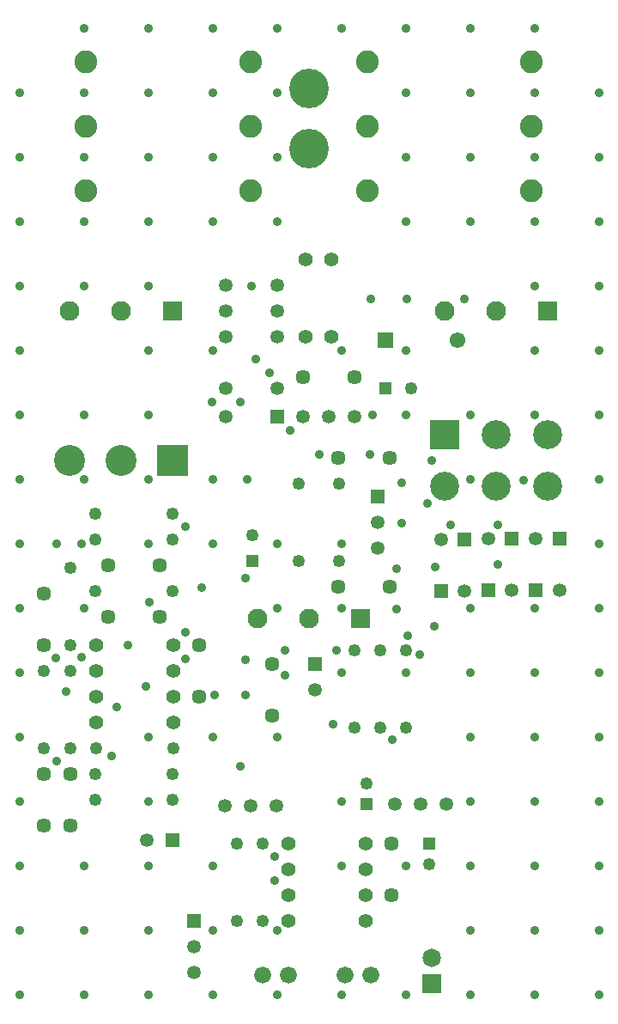
<source format=gbs>
G04*
G04 #@! TF.GenerationSoftware,Altium Limited,Altium Designer,19.0.9 (268)*
G04*
G04 Layer_Color=16711935*
%FSLAX25Y25*%
%MOIN*%
G70*
G01*
G75*
%ADD18R,0.05315X0.05315*%
%ADD19C,0.05315*%
%ADD20C,0.04922*%
%ADD21R,0.04922X0.04922*%
%ADD22C,0.05709*%
%ADD23C,0.05591*%
%ADD24R,0.07678X0.07678*%
%ADD25C,0.07678*%
%ADD26C,0.12008*%
%ADD27R,0.12008X0.12008*%
%ADD28C,0.15355*%
%ADD29R,0.05315X0.05315*%
%ADD30C,0.07191*%
%ADD31R,0.07191X0.07191*%
%ADD32C,0.06591*%
%ADD33C,0.08859*%
%ADD34C,0.05316*%
%ADD35R,0.11221X0.11221*%
%ADD36C,0.11221*%
%ADD37R,0.04922X0.04922*%
%ADD38R,0.06103X0.06103*%
%ADD39C,0.06103*%
%ADD40C,0.03591*%
D18*
X71600Y32800D02*
D03*
X104000Y228500D02*
D03*
X143125Y197406D02*
D03*
X63500Y64110D02*
D03*
D19*
X71600Y22800D02*
D03*
Y12800D02*
D03*
X114000Y228500D02*
D03*
X124000D02*
D03*
X134000D02*
D03*
X118700Y122500D02*
D03*
X103762Y77306D02*
D03*
X93762D02*
D03*
X83762D02*
D03*
X84000Y228500D02*
D03*
X143125Y187406D02*
D03*
Y177406D02*
D03*
X194915Y160920D02*
D03*
X149687Y78184D02*
D03*
X159687D02*
D03*
X169686D02*
D03*
X53500Y64110D02*
D03*
X204189Y181077D02*
D03*
X167519Y180800D02*
D03*
X185917Y180920D02*
D03*
X176788Y160820D02*
D03*
X213576Y161077D02*
D03*
D20*
X88500Y62800D02*
D03*
Y32800D02*
D03*
X138700Y86011D02*
D03*
X63483Y190720D02*
D03*
X33483D02*
D03*
X98500Y32806D02*
D03*
Y62806D02*
D03*
X33500Y79769D02*
D03*
X63500D02*
D03*
X33500Y89768D02*
D03*
X63500D02*
D03*
X162962Y54806D02*
D03*
X134000Y137800D02*
D03*
Y107800D02*
D03*
X63574Y99766D02*
D03*
X33574D02*
D03*
X156000Y239366D02*
D03*
X94238Y182352D02*
D03*
X23519Y129769D02*
D03*
Y99769D02*
D03*
X13275Y129769D02*
D03*
Y99769D02*
D03*
X154000Y107800D02*
D03*
Y137800D02*
D03*
X127854Y202386D02*
D03*
Y172386D02*
D03*
X144000Y137769D02*
D03*
Y107769D02*
D03*
X23519Y169770D02*
D03*
Y139770D02*
D03*
X33500Y160740D02*
D03*
X63500D02*
D03*
Y180720D02*
D03*
X33500D02*
D03*
X112238Y202405D02*
D03*
Y172405D02*
D03*
D21*
X138700Y78132D02*
D03*
X162962Y62686D02*
D03*
X94238Y172352D02*
D03*
D22*
X114032Y243800D02*
D03*
X134032D02*
D03*
X102000Y112503D02*
D03*
Y132503D02*
D03*
X13275Y159813D02*
D03*
Y139813D02*
D03*
X148462Y42806D02*
D03*
Y62806D02*
D03*
X73520Y139769D02*
D03*
Y119769D02*
D03*
X13275Y69770D02*
D03*
Y89770D02*
D03*
X23519Y69770D02*
D03*
Y89770D02*
D03*
X147826Y212351D02*
D03*
X127825D02*
D03*
Y162406D02*
D03*
X147826D02*
D03*
X58500Y170722D02*
D03*
X38500D02*
D03*
X58499Y150630D02*
D03*
X38499D02*
D03*
D23*
X115000Y289500D02*
D03*
X125000D02*
D03*
Y259500D02*
D03*
X115000D02*
D03*
X138462Y32806D02*
D03*
Y42806D02*
D03*
Y62806D02*
D03*
Y52806D02*
D03*
X108462Y32806D02*
D03*
Y42806D02*
D03*
Y52806D02*
D03*
Y62806D02*
D03*
X33517Y139769D02*
D03*
Y129769D02*
D03*
Y119769D02*
D03*
Y109769D02*
D03*
X63517Y129769D02*
D03*
Y139769D02*
D03*
Y119769D02*
D03*
Y109769D02*
D03*
D24*
X209000Y269500D02*
D03*
X136500Y150000D02*
D03*
X63500Y269500D02*
D03*
D25*
X189000D02*
D03*
X169000D02*
D03*
X116500Y150000D02*
D03*
X96500D02*
D03*
X43500Y269500D02*
D03*
X23500D02*
D03*
D26*
Y211500D02*
D03*
X43500D02*
D03*
D27*
X63500D02*
D03*
D28*
X116250Y355900D02*
D03*
Y332278D02*
D03*
D29*
X118700Y132500D02*
D03*
X194915Y180920D02*
D03*
X204189Y161077D02*
D03*
X167519Y160800D02*
D03*
X185917Y160920D02*
D03*
X176788Y180820D02*
D03*
X213576Y181077D02*
D03*
D30*
X163847Y18500D02*
D03*
D31*
Y8500D02*
D03*
D32*
X130252Y11600D02*
D03*
X140252D02*
D03*
X98500D02*
D03*
X108500D02*
D03*
D33*
X138911Y341100D02*
D03*
X202809D02*
D03*
X138911Y366100D02*
D03*
X202809D02*
D03*
X138911Y316100D02*
D03*
X202809D02*
D03*
X29692Y341100D02*
D03*
X93590D02*
D03*
X29692Y366100D02*
D03*
X93590D02*
D03*
X29692Y316100D02*
D03*
X93590D02*
D03*
D34*
X84000Y239366D02*
D03*
Y259366D02*
D03*
Y269366D02*
D03*
Y279366D02*
D03*
X104000D02*
D03*
Y269366D02*
D03*
Y259366D02*
D03*
Y239366D02*
D03*
D35*
X169000Y221462D02*
D03*
D36*
X189000D02*
D03*
X209000D02*
D03*
X169000Y201462D02*
D03*
X189000D02*
D03*
X209000D02*
D03*
D37*
X146000Y239366D02*
D03*
D38*
X146019Y258000D02*
D03*
D39*
X174019D02*
D03*
D40*
X109000Y223100D02*
D03*
X139900Y213800D02*
D03*
X120200D02*
D03*
X102877Y48400D02*
D03*
X102900Y57900D02*
D03*
X78850Y29000D02*
D03*
X164000Y211300D02*
D03*
X54500Y156400D02*
D03*
X171400Y186400D02*
D03*
X159400Y136200D02*
D03*
X95533Y250738D02*
D03*
X101133Y245564D02*
D03*
X165144Y147200D02*
D03*
X78700Y234200D02*
D03*
X92200Y204000D02*
D03*
X78850Y179000D02*
D03*
X148600Y103200D02*
D03*
X125600Y109230D02*
D03*
X189600Y171100D02*
D03*
Y186500D02*
D03*
X199800Y203900D02*
D03*
X68400Y185600D02*
D03*
X28000Y179000D02*
D03*
X18400D02*
D03*
X39600Y96800D02*
D03*
X18200Y94700D02*
D03*
X41800Y115775D02*
D03*
X21900Y121675D02*
D03*
X18100Y134800D02*
D03*
X28000Y135000D02*
D03*
X46000Y139900D02*
D03*
X53100Y123700D02*
D03*
X89567Y92700D02*
D03*
X79800Y120500D02*
D03*
X91800D02*
D03*
Y134200D02*
D03*
X68500Y134300D02*
D03*
Y144800D02*
D03*
X74700Y162200D02*
D03*
X91800Y165700D02*
D03*
X107037Y128000D02*
D03*
Y137800D02*
D03*
X127100D02*
D03*
X154657Y143500D02*
D03*
X150300Y153717D02*
D03*
Y169567D02*
D03*
X165264Y170000D02*
D03*
X152200Y187000D02*
D03*
X162432Y194600D02*
D03*
X152200Y202700D02*
D03*
X140870Y229000D02*
D03*
X3850Y4000D02*
D03*
X228850Y104000D02*
D03*
X203850Y304000D02*
D03*
Y354000D02*
D03*
X128850Y79000D02*
D03*
X228850D02*
D03*
Y329000D02*
D03*
X153850Y254000D02*
D03*
X28850Y379000D02*
D03*
X103850Y354000D02*
D03*
X53850Y4000D02*
D03*
X128850Y54000D02*
D03*
X3850Y279000D02*
D03*
X78850Y304000D02*
D03*
X178850D02*
D03*
X3850Y79000D02*
D03*
X228850Y154000D02*
D03*
X203850D02*
D03*
X228850Y4000D02*
D03*
X128850Y154000D02*
D03*
X178850Y79000D02*
D03*
X3850Y204000D02*
D03*
Y179000D02*
D03*
X78850Y4000D02*
D03*
X178850Y329000D02*
D03*
X3850Y104000D02*
D03*
X53850Y304000D02*
D03*
X203850Y29000D02*
D03*
X178850Y54000D02*
D03*
X228850Y129000D02*
D03*
X53850Y104000D02*
D03*
X128850Y254000D02*
D03*
X53850Y79000D02*
D03*
X3850Y29000D02*
D03*
X228850Y254000D02*
D03*
X78850Y379000D02*
D03*
Y354000D02*
D03*
X3850Y254000D02*
D03*
Y329000D02*
D03*
Y354000D02*
D03*
X103850Y379000D02*
D03*
X128850Y4000D02*
D03*
X28850Y54000D02*
D03*
X103850Y304000D02*
D03*
X3850D02*
D03*
X128850Y379000D02*
D03*
X203850Y4000D02*
D03*
X53850Y254000D02*
D03*
X203850Y54000D02*
D03*
X28850Y229000D02*
D03*
X228850Y54000D02*
D03*
X78850D02*
D03*
X153850D02*
D03*
Y4000D02*
D03*
X228850Y304000D02*
D03*
Y354000D02*
D03*
X153850D02*
D03*
Y329000D02*
D03*
X53850Y204000D02*
D03*
Y229000D02*
D03*
X78850Y254000D02*
D03*
X53850Y54000D02*
D03*
X178850Y129000D02*
D03*
X203850Y229000D02*
D03*
X53850Y329000D02*
D03*
X228850Y179000D02*
D03*
X203850Y329000D02*
D03*
X103850Y104000D02*
D03*
X178850Y379000D02*
D03*
X153850Y229000D02*
D03*
Y304000D02*
D03*
X28850Y29000D02*
D03*
X203850Y129000D02*
D03*
X178850Y204000D02*
D03*
Y29000D02*
D03*
X28850Y354000D02*
D03*
X78850Y104000D02*
D03*
X3850Y129000D02*
D03*
X103850Y29000D02*
D03*
X178850Y104000D02*
D03*
X53850Y179000D02*
D03*
X3850Y229000D02*
D03*
X53850Y379000D02*
D03*
X78850Y204000D02*
D03*
X28850Y4000D02*
D03*
X228850Y229000D02*
D03*
X178850Y154000D02*
D03*
X28850Y329000D02*
D03*
X53850Y354000D02*
D03*
X103850Y179000D02*
D03*
X3850Y154000D02*
D03*
X203850Y254000D02*
D03*
X28850Y204000D02*
D03*
X103850Y154000D02*
D03*
X228850Y29000D02*
D03*
X178850Y354000D02*
D03*
X203850Y379000D02*
D03*
X228850Y204000D02*
D03*
X178850Y229000D02*
D03*
X28850Y304000D02*
D03*
X153850Y379000D02*
D03*
X28850Y154000D02*
D03*
X203850Y279000D02*
D03*
X53850D02*
D03*
X28850D02*
D03*
X128850Y179000D02*
D03*
Y129000D02*
D03*
X78850Y329000D02*
D03*
X178850Y4000D02*
D03*
X228850Y279000D02*
D03*
X203850Y79000D02*
D03*
X103850Y4000D02*
D03*
X3850Y54000D02*
D03*
X153850Y129000D02*
D03*
X53850Y29000D02*
D03*
X203850Y104000D02*
D03*
X103850Y329000D02*
D03*
X140400Y274043D02*
D03*
X154300D02*
D03*
X176768D02*
D03*
X89700Y234200D02*
D03*
X94000Y279000D02*
D03*
M02*

</source>
